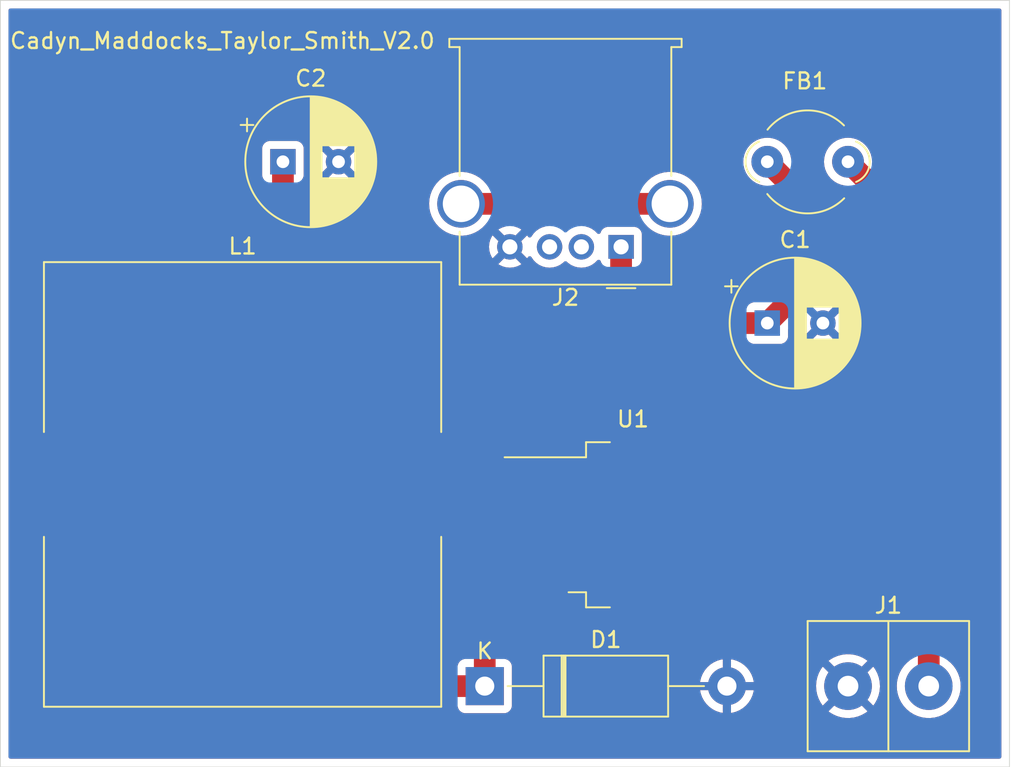
<source format=kicad_pcb>
(kicad_pcb (version 20211014) (generator pcbnew)
  (layers (0 "F.Cu" signal) (31 "B.Cu" signal) (34 "B.Paste" user) (35 "F.Paste" user) (36 "B.SilkS" user "B.Silkscreen") (37 "F.SilkS" user "F.Silkscreen") (38 "B.Mask" user) (39 "F.Mask" user) (44 "Edge.Cuts" user))
  (net 0 "")
  (net 1 "Net-(C1-Pad1)")
  (net 2 "GND")
  (net 3 "Net-(C2-Pad1)")
  (net 4 "Net-(D1-Pad1)")
  (net 5 "Net-(FB1-Pad1)")
  (net 8 "unconnected-(J2-Pad5)")
  (footprint "Capacitor_THT:CP_Radial_D8.0mm_P3.50mm" (layer "F.Cu") (at 165.1 45.72)
    (fp_text reference "C1" (at 1.75 -5.25) (layer "F.SilkS"))
    (fp_text value "120uF")
    (fp_line (start 5.311 -2.034) (end 5.311 2.034) (layer "F.SilkS") (width 0.12))
    (fp_line (start 3.111 1.04) (end 3.111 3.85) (layer "F.SilkS") (width 0.12))
    (fp_line (start 2.871 -3.925) (end 2.871 -1.04) (layer "F.SilkS") (width 0.12))
    (fp_line (start 5.351 -1.964) (end 5.351 1.964) (layer "F.SilkS") (width 0.12))
    (fp_line (start 3.471 -3.704) (end 3.471 -1.04) (layer "F.SilkS") (width 0.12))
    (fp_line (start 4.111 1.04) (end 4.111 3.338) (layer "F.SilkS") (width 0.12))
    (fp_line (start 5.111 -2.345) (end 5.111 2.345) (layer "F.SilkS") (width 0.12))
    (fp_line (start 4.871 -2.651) (end 4.871 2.651) (layer "F.SilkS") (width 0.12))
    (fp_line (start 2.951 -3.902) (end 2.951 -1.04) (layer "F.SilkS") (width 0.12))
    (fp_line (start 2.791 -3.947) (end 2.791 -1.04) (layer "F.SilkS") (width 0.12))
    (fp_line (start 2.11 -4.065) (end 2.11 4.065) (layer "F.SilkS") (width 0.12))
    (fp_line (start 4.431 1.04) (end 4.431 3.09) (layer "F.SilkS") (width 0.12))
    (fp_line (start 5.671 -1.229) (end 5.671 1.229) (layer "F.SilkS") (width 0.12))
    (fp_line (start 3.071 1.04) (end 3.071 3.863) (layer "F.SilkS") (width 0.12))
    (fp_line (start 3.151 1.04) (end 3.151 3.835) (layer "F.SilkS") (width 0.12))
    (fp_line (start 2.511 1.04) (end 2.511 4.01) (layer "F.SilkS") (width 0.12))
    (fp_line (start 4.631 -2.907) (end 4.631 2.907) (layer "F.SilkS") (width 0.12))
    (fp_line (start 3.111 -3.85) (end 3.111 -1.04) (layer "F.SilkS") (width 0.12))
    (fp_line (start 3.391 1.04) (end 3.391 3.74) (layer "F.SilkS") (width 0.12))
    (fp_line (start 3.791 1.04) (end 3.791 3.54) (layer "F.SilkS") (width 0.12))
    (fp_line (start 3.511 -3.686) (end 3.511 -1.04) (layer "F.SilkS") (width 0.12))
    (fp_line (start 3.951 1.04) (end 3.951 3.444) (layer "F.SilkS") (width 0.12))
    (fp_line (start 5.711 -1.098) (end 5.711 1.098) (layer "F.SilkS") (width 0.12))
    (fp_line (start -2.659698 -2.315) (end -1.859698 -2.315) (layer "F.SilkS") (width 0.12))
    (fp_line (start 3.671 -3.606) (end 3.671 -1.04) (layer "F.SilkS") (width 0.12))
    (fp_line (start 2.671 -3.976) (end 2.671 -1.04) (layer "F.SilkS") (width 0.12))
    (fp_line (start 3.071 -3.863) (end 3.071 -1.04) (layer "F.SilkS") (width 0.12))
    (fp_line (start 4.391 -3.124) (end 4.391 -1.04) (layer "F.SilkS") (width 0.12))
    (fp_line (start 4.991 -2.505) (end 4.991 2.505) (layer "F.SilkS") (width 0.12))
    (fp_line (start 3.031 1.04) (end 3.031 3.877) (layer "F.SilkS") (width 0.12))
    (fp_line (start 5.231 -2.166) (end 5.231 2.166) (layer "F.SilkS") (width 0.12))
    (fp_line (start 2.711 -3.967) (end 2.711 -1.04) (layer "F.SilkS") (width 0.12))
    (fp_line (start 4.471 -3.055) (end 4.471 -1.04) (layer "F.SilkS") (width 0.12))
    (fp_line (start 5.791 -0.768) (end 5.791 0.768) (layer "F.SilkS") (width 0.12))
    (fp_line (start 3.191 1.04) (end 3.191 3.821) (layer "F.SilkS") (width 0.12))
    (fp_line (start 3.751 1.04) (end 3.751 3.562) (layer "F.SilkS") (width 0.12))
    (fp_line (start 3.351 1.04) (end 3.351 3.757) (layer "F.SilkS") (width 0.12))
    (fp_line (start 4.351 1.04) (end 4.351 3.156) (layer "F.SilkS") (width 0.12))
    (fp_line (start 3.631 -3.627) (end 3.631 -1.04) (layer "F.SilkS") (width 0.12))
    (fp_line (start 3.911 1.04) (end 3.911 3.469) (layer "F.SilkS") (width 0.12))
    (fp_line (start 3.631 1.04) (end 3.631 3.627) (layer "F.SilkS") (width 0.12))
    (fp_line (start 2.31 -4.042) (end 2.31 4.042) (layer "F.SilkS") (width 0.12))
    (fp_line (start 2.991 1.04) (end 2.991 3.889) (layer "F.SilkS") (width 0.12))
    (fp_line (start 4.151 -3.309) (end 4.151 -1.04) (layer "F.SilkS") (width 0.12))
    (fp_line (start 3.991 1.04) (end 3.991 3.418) (layer "F.SilkS") (width 0.12))
    (fp_line (start 3.831 -3.517) (end 3.831 -1.04) (layer "F.SilkS") (width 0.12))
    (fp_line (start 4.511 -3.019) (end 4.511 -1.04) (layer "F.SilkS") (width 0.12))
    (fp_line (start 2.35 -4.037) (end 2.35 4.037) (layer "F.SilkS") (width 0.12))
    (fp_line (start 1.75 -4.08) (end 1.75 4.08) (layer "F.SilkS") (width 0.12))
    (fp_line (start 2.03 -4.071) (end 2.03 4.071) (layer "F.SilkS") (width 0.12))
    (fp_line (start 3.191 -3.821) (end 3.191 -1.04) (layer "F.SilkS") (width 0.12))
    (fp_line (start 4.071 -3.365) (end 4.071 -1.04) (layer "F.SilkS") (width 0.12))
    (fp_line (start 5.431 -1.813) (end 5.431 1.813) (layer "F.SilkS") (width 0.12))
    (fp_line (start 3.711 1.04) (end 3.711 3.584) (layer "F.SilkS") (width 0.12))
    (fp_line (start 2.471 -4.017) (end 2.471 -1.04) (layer "F.SilkS") (width 0.12))
    (fp_line (start 3.271 1.04) (end 3.271 3.79) (layer "F.SilkS") (width 0.12))
    (fp_line (start 2.991 -3.889) (end 2.991 -1.04) (layer "F.SilkS") (width 0.12))
    (fp_line (start -2.259698 -2.715) (end -2.259698 -1.915) (layer "F.SilkS") (width 0.12))
    (fp_line (start 4.271 -3.22) (end 4.271 -1.04) (layer "F.SilkS") (width 0.12))
    (fp_line (start 2.551 -4.002) (end 2.551 -1.04) (layer "F.SilkS") (width 0.12))
    (fp_line (start 4.191 1.04) (end 4.191 3.28) (layer "F.SilkS") (width 0.12))
    (fp_line (start 4.591 -2.945) (end 4.591 2.945) (layer "F.SilkS") (width 0.12))
    (fp_line (start 3.671 1.04) (end 3.671 3.606) (layer "F.SilkS") (width 0.12))
    (fp_line (start 5.151 -2.287) (end 5.151 2.287) (layer "F.SilkS") (width 0.12))
    (fp_line (start 2.471 1.04) (end 2.471 4.017) (layer "F.SilkS") (width 0.12))
    (fp_line (start 4.031 1.04) (end 4.031 3.392) (layer "F.SilkS") (width 0.12))
    (fp_line (start 4.351 -3.156) (end 4.351 -1.04) (layer "F.SilkS") (width 0.12))
    (fp_line (start 5.031 -2.454) (end 5.031 2.454) (layer "F.SilkS") (width 0.12))
    (fp_line (start 5.271 -2.102) (end 5.271 2.102) (layer "F.SilkS") (width 0.12))
    (fp_line (start 2.711 1.04) (end 2.711 3.967) (layer "F.SilkS") (width 0.12))
    (fp_line (start 1.95 -4.076) (end 1.95 4.076) (layer "F.SilkS") (width 0.12))
    (fp_line (start 3.991 -3.418) (end 3.991 -1.04) (layer "F.SilkS") (width 0.12))
    (fp_line (start 2.27 -4.048) (end 2.27 4.048) (layer "F.SilkS") (width 0.12))
    (fp_line (start 5.471 -1.731) (end 5.471 1.731) (layer "F.SilkS") (width 0.12))
    (fp_line (start 2.23 -4.052) (end 2.23 4.052) (layer "F.SilkS") (width 0.12))
    (fp_line (start 2.15 -4.061) (end 2.15 4.061) (layer "F.SilkS") (width 0.12))
    (fp_line (start 2.871 1.04) (end 2.871 3.925) (layer "F.SilkS") (width 0.12))
    (fp_line (start 4.071 1.04) (end 4.071 3.365) (layer "F.SilkS") (width 0.12))
    (fp_line (start 2.671 1.04) (end 2.671 3.976) (layer "F.SilkS") (width 0.12))
    (fp_line (start 5.591 -1.453) (end 5.591 1.453) (layer "F.SilkS") (width 0.12))
    (fp_line (start 2.591 -3.994) (end 2.591 -1.04) (layer "F.SilkS") (width 0.12))
    (fp_line (start 1.91 -4.077) (end 1.91 4.077) (layer "F.SilkS") (width 0.12))
    (fp_line (start 4.951 -2.556) (end 4.951 2.556) (layer "F.SilkS") (width 0.12))
    (fp_line (start 4.471 1.04) (end 4.471 3.055) (layer "F.SilkS") (width 0.12))
    (fp_line (start 2.751 1.04) (end 2.751 3.957) (layer "F.SilkS") (width 0.12))
    (fp_line (start 3.151 -3.835) (end 3.151 -1.04) (layer "F.SilkS") (width 0.12))
    (fp_line (start 3.551 1.04) (end 3.551 3.666) (layer "F.SilkS") (width 0.12))
    (fp_line (start 5.191 -2.228) (end 5.191 2.228) (layer "F.SilkS") (width 0.12))
    (fp_line (start 4.431 -3.09) (end 4.431 -1.04) (layer "F.SilkS") (width 0.12))
    (fp_line (start 1.99 -4.074) (end 1.99 4.074) (layer "F.SilkS") (width 0.12))
    (fp_line (start 4.271 1.04) (end 4.271 3.22) (layer "F.SilkS") (width 0.12))
    (fp_line (start 4.831 -2.697) (end 4.831 2.697) (layer "F.SilkS") (width 0.12))
    (fp_line (start 5.391 -1.89) (end 5.391 1.89) (layer "F.SilkS") (width 0.12))
    (fp_line (start 4.151 1.04) (end 4.151 3.309) (layer "F.SilkS") (width 0.12))
    (fp_line (start 3.951 -3.444) (end 3.951 -1.04) (layer "F.SilkS") (width 0.12))
    (fp_line (start 4.711 -2.826) (end 4.711 2.826) (layer "F.SilkS") (width 0.12))
    (fp_line (start 3.591 1.04) (end 3.591 3.647) (layer "F.SilkS") (width 0.12))
    (fp_line (start 3.271 -3.79) (end 3.271 -1.04) (layer "F.SilkS") (width 0.12))
    (fp_line (start 3.511 1.04) (end 3.511 3.686) (layer "F.SilkS") (width 0.12))
    (fp_line (start 5.751 -0.948) (end 5.751 0.948) (layer "F.SilkS") (width 0.12))
    (fp_line (start 4.311 1.04) (end 4.311 3.189) (layer "F.SilkS") (width 0.12))
    (fp_line (start 5.831 -0.533) (end 5.831 0.533) (layer "F.SilkS") (width 0.12))
    (fp_line (start 4.791 -2.741) (end 4.791 2.741) (layer "F.SilkS") (width 0.12))
    (fp_line (start 5.071 -2.4) (end 5.071 2.4) (layer "F.SilkS") (width 0.12))
    (fp_line (start 3.351 -3.757) (end 3.351 -1.04) (layer "F.SilkS") (width 0.12))
    (fp_line (start 2.551 1.04) (end 2.551 4.002) (layer "F.SilkS") (width 0.12))
    (fp_line (start 4.231 -3.25) (end 4.231 -1.04) (layer "F.SilkS") (width 0.12))
    (fp_line (start 4.551 -2.983) (end 4.551 2.983) (layer "F.SilkS") (width 0.12))
    (fp_line (start 3.311 1.04) (end 3.311 3.774) (layer "F.SilkS") (width 0.12))
    (fp_line (start 2.19 -4.057) (end 2.19 4.057) (layer "F.SilkS") (width 0.12))
    (fp_line (start 4.751 -2.784) (end 4.751 2.784) (layer "F.SilkS") (width 0.12))
    (fp_line (start 3.871 -3.493) (end 3.871 -1.04) (layer "F.SilkS") (width 0.12))
    (fp_line (start 3.551 -3.666) (end 3.551 -1.04) (layer "F.SilkS") (width 0.12))
    (fp_line (start 2.791 1.04) (end 2.791 3.947) (layer "F.SilkS") (width 0.12))
    (fp_line (start 2.751 -3.957) (end 2.751 -1.04) (layer "F.SilkS") (width 0.12))
    (fp_line (start 3.911 -3.469) (end 3.911 -1.04) (layer "F.SilkS") (width 0.12))
    (fp_line (start 2.511 -4.01) (end 2.511 -1.04) (layer "F.SilkS") (width 0.12))
    (fp_line (start 1.79 -4.08) (end 1.79 4.08) (layer "F.SilkS") (width 0.12))
    (fp_line (start 4.911 -2.604) (end 4.911 2.604) (layer "F.SilkS") (width 0.12))
    (fp_line (start 5.511 -1.645) (end 5.511 1.645) (layer "F.SilkS") (width 0.12))
    (fp_line (start 3.311 -3.774) (end 3.311 -1.04) (layer "F.SilkS") (width 0.12))
    (fp_line (start 3.031 -3.877) (end 3.031 -1.04) (layer "F.SilkS") (width 0.12))
    (fp_line (start 2.07 -4.068) (end 2.07 4.068) (layer "F.SilkS") (width 0.12))
    (fp_line (start 3.431 1.04) (end 3.431 3.722) (layer "F.SilkS") (width 0.12))
    (fp_line (start 4.231 1.04) (end 4.231 3.25) (layer "F.SilkS") (width 0.12))
    (fp_line (start 1.83 -4.08) (end 1.83 4.08) (layer "F.SilkS") (width 0.12))
    (fp_line (start 4.031 -3.392) (end 4.031 -1.04) (layer "F.SilkS") (width 0.12))
    (fp_line (start 5.631 -1.346) (end 5.631 1.346) (layer "F.SilkS") (width 0.12))
    (fp_line (start 3.871 1.04) (end 3.871 3.493) (layer "F.SilkS") (width 0.12))
    (fp_line (start 3.391 -3.74) (end 3.391 -1.04) (layer "F.SilkS") (width 0.12))
    (fp_line (start 4.511 1.04) (end 4.511 3.019) (layer "F.SilkS") (width 0.12))
    (fp_line (start 2.591 1.04) (end 2.591 3.994) (layer "F.SilkS") (width 0.12))
    (fp_line (start 2.911 1.04) (end 2.911 3.914) (layer "F.SilkS") (width 0.12))
    (fp_line (start 3.831 1.04) (end 3.831 3.517) (layer "F.SilkS") (width 0.12))
    (fp_line (start 4.671 -2.867) (end 4.671 2.867) (layer "F.SilkS") (width 0.12))
    (fp_line (start 3.591 -3.647) (end 3.591 -1.04) (layer "F.SilkS") (width 0.12))
    (fp_line (start 4.391 1.04) (end 4.391 3.124) (layer "F.SilkS") (width 0.12))
    (fp_line (start 4.111 -3.338) (end 4.111 -1.04) (layer "F.SilkS") (width 0.12))
    (fp_line (start 3.471 1.04) (end 3.471 3.704) (layer "F.SilkS") (width 0.12))
    (fp_line (start 3.751 -3.562) (end 3.751 -1.04) (layer "F.SilkS") (width 0.12))
    (fp_line (start 3.231 1.04) (end 3.231 3.805) (layer "F.SilkS") (width 0.12))
    (fp_line (start 3.711 -3.584) (end 3.711 -1.04) (layer "F.SilkS") (width 0.12))
    (fp_line (start 3.431 -3.722) (end 3.431 -1.04) (layer "F.SilkS") (width 0.12))
    (fp_line (start 1.87 -4.079) (end 1.87 4.079) (layer "F.SilkS") (width 0.12))
    (fp_line (start 3.791 -3.54) (end 3.791 -1.04) (layer "F.SilkS") (width 0.12))
    (fp_line (start 4.311 -3.189) (end 4.311 -1.04) (layer "F.SilkS") (width 0.12))
    (fp_line (start 2.631 1.04) (end 2.631 3.985) (layer "F.SilkS") (width 0.12))
    (fp_line (start 2.911 -3.914) (end 2.911 -1.04) (layer "F.SilkS") (width 0.12))
    (fp_line (start 4.191 -3.28) (end 4.191 -1.04) (layer "F.SilkS") (width 0.12))
    (fp_line (start 2.43 -4.024) (end 2.43 4.024) (layer "F.SilkS") (width 0.12))
    (fp_line (start 2.631 -3.985) (end 2.631 -1.04) (layer "F.SilkS") (width 0.12))
    (fp_line (start 2.39 -4.03) (end 2.39 4.03) (layer "F.SilkS") (width 0.12))
    (fp_line (start 2.831 -3.936) (end 2.831 -1.04) (layer "F.SilkS") (width 0.12))
    (fp_line (start 5.551 -1.552) (end 5.551 1.552) (layer "F.SilkS") (width 0.12))
    (fp_line (start 2.951 1.04) (end 2.951 3.902) (layer "F.SilkS") (width 0.12))
    (fp_line (start 2.831 1.04) (end 2.831 3.936) (layer "F.SilkS") (width 0.12))
    (fp_line (start 3.231 -3.805) (end 3.231 -1.04) (layer "F.SilkS") (width 0.12))
    (fp_circle (center 1.75 0) (end 5.87 0) (layer "F.SilkS") (width 0.12) (fill none))
    (pad "1" thru_hole rect (at 0 0) (size 1.6 1.6) (drill 0.8) (layers *.Cu *.Mask) (net 1 "Net-(C1-Pad1)"))
    (pad "2" thru_hole circle (at 3.5 0) (size 1.6 1.6) (drill 0.8) (layers *.Cu *.Mask) (net 2 "GND"))
  )
  (footprint "Ferrite_THT:LairdTech_28C0236-0JW-10" (layer "F.Cu") (at 170.18 35.56 180)
    (fp_text reference "FB1" (at 2.71878 5.08) (layer "F.SilkS"))
    (fp_text value "FerriteBead")
    (fp_arc (start 0.239932 -2.300068) (mid 2.71988 -3.24781) (end 5.08 -2.032) (layer "F.SilkS") (width 0.12))
    (fp_arc (start -0.508 1.27) (mid -1.367832 0) (end -0.508 -1.27) (layer "F.SilkS") (width 0.12))
    (fp_arc (start 5.588 -1.27) (mid 6.447832 0) (end 5.588 1.27) (layer "F.SilkS") (width 0.12))
    (fp_arc (start 5.064465 2.019572) (mid 2.71878 3.227946) (end 0.254 2.286) (layer "F.SilkS") (width 0.12))
    (pad "1" thru_hole circle (at 0 0 180) (size 2 2) (drill 0.8) (layers *.Cu *.Mask) (net 5 "Net-(FB1-Pad1)"))
    (pad "2" thru_hole circle (at 5.08 0 180) (size 2 2) (drill 0.8) (layers *.Cu *.Mask) (net 1 "Net-(C1-Pad1)"))
  )
  (footprint "Package_SIP:2 Pin TB006-508 Terminal Block" (layer "F.Cu") (at 172.72 68.58 180)
    (fp_text reference "J1" (at 0 5.08) (layer "F.SilkS"))
    (fp_text value "Screw_Terminal_01x02")
    (fp_line (start -5.08 4.1) (end -5.08 -4.1) (layer "F.SilkS") (width 0.12))
    (fp_line (start 5.08 4.1) (end 5.08 -4.1) (layer "F.SilkS") (width 0.12))
    (fp_line (start 5.08 -4.1) (end -5.08 -4.1) (layer "F.SilkS") (width 0.12))
    (fp_line (start 5.08 4.1) (end -5.08 4.1) (layer "F.SilkS") (width 0.12))
    (fp_line (start 0 -4.1) (end 0 4.1) (layer "F.SilkS") (width 0.12))
    (pad "1" thru_hole circle (at -2.54 0 270) (size 3 3) (drill 1.3) (layers *.Cu *.Mask) (net 5 "Net-(FB1-Pad1)"))
    (pad "2" thru_hole circle (at 2.54 0 270) (size 3 3) (drill 1.3) (layers *.Cu *.Mask) (net 2 "GND"))
  )
  (footprint "Diode_THT:D_DO-15_P15.24mm_Horizontal" (layer "F.Cu") (at 147.32 68.58)
    (fp_text reference "D1" (at 7.62 -2.92) (layer "F.SilkS"))
    (fp_text value "D_Schottky")
    (fp_text user "K" (at 0 -2.2) (layer "F.SilkS"))
    (fp_line (start 4.84 -1.92) (end 4.84 1.92) (layer "F.SilkS") (width 0.12))
    (fp_line (start 3.7 1.92) (end 11.54 1.92) (layer "F.SilkS") (width 0.12))
    (fp_line (start 1.44 0) (end 3.7 0) (layer "F.SilkS") (width 0.12))
    (fp_line (start 4.96 -1.92) (end 4.96 1.92) (layer "F.SilkS") (width 0.12))
    (fp_line (start 13.8 0) (end 11.54 0) (layer "F.SilkS") (width 0.12))
    (fp_line (start 11.54 1.92) (end 11.54 -1.92) (layer "F.SilkS") (width 0.12))
    (fp_line (start 3.7 -1.92) (end 3.7 1.92) (layer "F.SilkS") (width 0.12))
    (fp_line (start 5.08 -1.92) (end 5.08 1.92) (layer "F.SilkS") (width 0.12))
    (fp_line (start 11.54 -1.92) (end 3.7 -1.92) (layer "F.SilkS") (width 0.12))
    (pad "1" thru_hole rect (at 0 0) (size 2.4 2.4) (drill 1.2) (layers *.Cu *.Mask) (net 4 "Net-(D1-Pad1)"))
    (pad "2" thru_hole oval (at 15.24 0) (size 2.4 2.4) (drill 1.2) (layers *.Cu *.Mask) (net 2 "GND"))
  )
  (footprint "Package_TO_SOT_SMD:TO-263-5_TabPin3" (layer "F.Cu") (at 156.645 58.42)
    (fp_text reference "U1" (at 0 -6.65) (layer "F.SilkS"))
    (fp_text value "LM2576S-5")
    (fp_line (start -2.95 4.25) (end -4.05 4.25) (layer "F.SilkS") (width 0.12))
    (fp_line (start -1.45 5.2) (end -2.95 5.2) (layer "F.SilkS") (width 0.12))
    (fp_line (start -1.45 -5.2) (end -2.95 -5.2) (layer "F.SilkS") (width 0.12))
    (fp_line (start -2.95 -5.2) (end -2.95 -4.25) (layer "F.SilkS") (width 0.12))
    (fp_line (start -2.95 5.2) (end -2.95 4.25) (layer "F.SilkS") (width 0.12))
    (fp_line (start -2.95 -4.25) (end -8.075 -4.25) (layer "F.SilkS") (width 0.12))
    (pad "1" smd rect (at -5.775 -3.4) (size 4.6 1.1) (layers "F.Cu" "F.Paste" "F.Mask") (net 1 "Net-(C1-Pad1)"))
    (pad "2" smd rect (at -5.775 -1.7) (size 4.6 1.1) (layers "F.Cu" "F.Paste" "F.Mask") (net 3 "Net-(C2-Pad1)"))
    (pad "3" smd rect (at -5.775 0) (size 4.6 1.1) (layers "F.Cu" "F.Paste" "F.Mask") (net 2 "GND"))
    (pad "3" smd rect (at 3.375 0) (size 9.4 10.8) (layers "F.Cu" "F.Mask") (net 2 "GND"))
    (pad "4" smd rect (at -5.775 1.7) (size 4.6 1.1) (layers "F.Cu" "F.Paste" "F.Mask") (net 4 "Net-(D1-Pad1)"))
    (pad "5" smd rect (at -5.775 3.4) (size 4.6 1.1) (layers "F.Cu" "F.Paste" "F.Mask") (net 2 "GND"))
  )
  (footprint "Capacitor_THT:CP_Radial_D8.0mm_P3.50mm" (layer "F.Cu") (at 134.62 35.56)
    (fp_text reference "C2" (at 1.75 -5.25) (layer "F.SilkS"))
    (fp_text value "470uF")
    (fp_line (start 3.951 -3.444) (end 3.951 -1.04) (layer "F.SilkS") (width 0.12))
    (fp_line (start 1.79 -4.08) (end 1.79 4.08) (layer "F.SilkS") (width 0.12))
    (fp_line (start 4.191 1.04) (end 4.191 3.28) (layer "F.SilkS") (width 0.12))
    (fp_line (start 3.751 -3.562) (end 3.751 -1.04) (layer "F.SilkS") (width 0.12))
    (fp_line (start 3.351 1.04) (end 3.351 3.757) (layer "F.SilkS") (width 0.12))
    (fp_line (start 2.951 1.04) (end 2.951 3.902) (layer "F.SilkS") (width 0.12))
    (fp_line (start 3.311 -3.774) (end 3.311 -1.04) (layer "F.SilkS") (width 0.12))
    (fp_line (start 4.031 -3.392) (end 4.031 -1.04) (layer "F.SilkS") (width 0.12))
    (fp_line (start 3.271 -3.79) (end 3.271 -1.04) (layer "F.SilkS") (width 0.12))
    (fp_line (start 4.391 1.04) (end 4.391 3.124) (layer "F.SilkS") (width 0.12))
    (fp_line (start 3.591 1.04) (end 3.591 3.647) (layer "F.SilkS") (width 0.12))
    (fp_line (start 2.471 1.04) (end 2.471 4.017) (layer "F.SilkS") (width 0.12))
    (fp_line (start -2.659698 -2.315) (end -1.859698 -2.315) (layer "F.SilkS") (width 0.12))
    (fp_line (start 3.471 -3.704) (end 3.471 -1.04) (layer "F.SilkS") (width 0.12))
    (fp_line (start 2.871 1.04) (end 2.871 3.925) (layer "F.SilkS") (width 0.12))
    (fp_line (start 3.551 -3.666) (end 3.551 -1.04) (layer "F.SilkS") (width 0.12))
    (fp_line (start 1.99 -4.074) (end 1.99 4.074) (layer "F.SilkS") (width 0.12))
    (fp_line (start 3.071 1.04) (end 3.071 3.863) (layer "F.SilkS") (width 0.12))
    (fp_line (start 3.271 1.04) (end 3.271 3.79) (layer "F.SilkS") (width 0.12))
    (fp_line (start 5.271 -2.102) (end 5.271 2.102) (layer "F.SilkS") (width 0.12))
    (fp_line (start 2.871 -3.925) (end 2.871 -1.04) (layer "F.SilkS") (width 0.12))
    (fp_line (start 5.551 -1.552) (end 5.551 1.552) (layer "F.SilkS") (width 0.12))
    (fp_line (start 3.711 -3.584) (end 3.711 -1.04) (layer "F.SilkS") (width 0.12))
    (fp_line (start 5.071 -2.4) (end 5.071 2.4) (layer "F.SilkS") (width 0.12))
    (fp_line (start 2.711 -3.967) (end 2.711 -1.04) (layer "F.SilkS") (width 0.12))
    (fp_line (start 5.231 -2.166) (end 5.231 2.166) (layer "F.SilkS") (width 0.12))
    (fp_line (start 4.311 -3.189) (end 4.311 -1.04) (layer "F.SilkS") (width 0.12))
    (fp_line (start 5.791 -0.768) (end 5.791 0.768) (layer "F.SilkS") (width 0.12))
    (fp_line (start 4.271 1.04) (end 4.271 3.22) (layer "F.SilkS") (width 0.12))
    (fp_line (start -2.259698 -2.715) (end -2.259698 -1.915) (layer "F.SilkS") (width 0.12))
    (fp_line (start 3.911 1.04) (end 3.911 3.469) (layer "F.SilkS") (width 0.12))
    (fp_line (start 4.151 -3.309) (end 4.151 -1.04) (layer "F.SilkS") (width 0.12))
    (fp_line (start 3.791 -3.54) (end 3.791 -1.04) (layer "F.SilkS") (width 0.12))
    (fp_line (start 5.031 -2.454) (end 5.031 2.454) (layer "F.SilkS") (width 0.12))
    (fp_line (start 4.231 -3.25) (end 4.231 -1.04) (layer "F.SilkS") (width 0.12))
    (fp_line (start 4.511 1.04) (end 4.511 3.019) (layer "F.SilkS") (width 0.12))
    (fp_line (start 3.391 1.04) (end 3.391 3.74) (layer "F.SilkS") (width 0.12))
    (fp_line (start 2.511 1.04) (end 2.511 4.01) (layer "F.SilkS") (width 0.12))
    (fp_line (start 5.431 -1.813) (end 5.431 1.813) (layer "F.SilkS") (width 0.12))
    (fp_line (start 3.151 -3.835) (end 3.151 -1.04) (layer "F.SilkS") (width 0.12))
    (fp_line (start 4.711 -2.826) (end 4.711 2.826) (layer "F.SilkS") (width 0.12))
    (fp_line (start 3.431 -3.722) (end 3.431 -1.04) (layer "F.SilkS") (width 0.12))
    (fp_line (start 4.431 1.04) (end 4.431 3.09) (layer "F.SilkS") (width 0.12))
    (fp_line (start 4.191 -3.28) (end 4.191 -1.04) (layer "F.SilkS") (width 0.12))
    (fp_line (start 3.111 1.04) (end 3.111 3.85) (layer "F.SilkS") (width 0.12))
    (fp_line (start 3.511 1.04) (end 3.511 3.686) (layer "F.SilkS") (width 0.12))
    (fp_line (start 2.07 -4.068) (end 2.07 4.068) (layer "F.SilkS") (width 0.12))
    (fp_line (start 3.671 -3.606) (end 3.671 -1.04) (layer "F.SilkS") (width 0.12))
    (fp_line (start 2.671 1.04) (end 2.671 3.976) (layer "F.SilkS") (width 0.12))
    (fp_line (start 4.271 -3.22) (end 4.271 -1.04) (layer "F.SilkS") (width 0.12))
    (fp_line (start 3.711 1.04) (end 3.711 3.584) (layer "F.SilkS") (width 0.12))
    (fp_line (start 4.631 -2.907) (end 4.631 2.907) (layer "F.SilkS") (width 0.12))
    (fp_line (start 2.631 1.04) (end 2.631 3.985) (layer "F.SilkS") (width 0.12))
    (fp_line (start 4.551 -2.983) (end 4.551 2.983) (layer "F.SilkS") (width 0.12))
    (fp_line (start 3.191 -3.821) (end 3.191 -1.04) (layer "F.SilkS") (width 0.12))
    (fp_line (start 4.911 -2.604) (end 4.911 2.604) (layer "F.SilkS") (width 0.12))
    (fp_line (start 4.111 1.04) (end 4.111 3.338) (layer "F.SilkS") (width 0.12))
    (fp_line (start 4.831 -2.697) (end 4.831 2.697) (layer "F.SilkS") (width 0.12))
    (fp_line (start 5.151 -2.287) (end 5.151 2.287) (layer "F.SilkS") (width 0.12))
    (fp_line (start 4.591 -2.945) (end 4.591 2.945) (layer "F.SilkS") (width 0.12))
    (fp_line (start 2.591 1.04) (end 2.591 3.994) (layer "F.SilkS") (width 0.12))
    (fp_line (start 2.831 1.04) (end 2.831 3.936) (layer "F.SilkS") (width 0.12))
    (fp_line (start 3.991 1.04) (end 3.991 3.418) (layer "F.SilkS") (width 0.12))
    (fp_line (start 3.871 1.04) (end 3.871 3.493) (layer "F.SilkS") (width 0.12))
    (fp_line (start 2.751 -3.957) (end 2.751 -1.04) (layer "F.SilkS") (width 0.12))
    (fp_line (start 3.591 -3.647) (end 3.591 -1.04) (layer "F.SilkS") (width 0.12))
    (fp_line (start 5.311 -2.034) (end 5.311 2.034) (layer "F.SilkS") (width 0.12))
    (fp_line (start 5.351 -1.964) (end 5.351 1.964) (layer "F.SilkS") (width 0.12))
    (fp_line (start 2.991 -3.889) (end 2.991 -1.04) (layer "F.SilkS") (width 0.12))
    (fp_line (start 2.27 -4.048) (end 2.27 4.048) (layer "F.SilkS") (width 0.12))
    (fp_line (start 2.751 1.04) (end 2.751 3.957) (layer "F.SilkS") (width 0.12))
    (fp_line (start 3.071 -3.863) (end 3.071 -1.04) (layer "F.SilkS") (width 0.12))
    (fp_line (start 4.471 1.04) (end 4.471 3.055) (layer "F.SilkS") (width 0.12))
    (fp_line (start 3.831 1.04) (end 3.831 3.517) (layer "F.SilkS") (width 0.12))
    (fp_line (start 5.511 -1.645) (end 5.511 1.645) (layer "F.SilkS") (width 0.12))
    (fp_line (start 3.911 -3.469) (end 3.911 -1.04) (layer "F.SilkS") (width 0.12))
    (fp_line (start 2.671 -3.976) (end 2.671 -1.04) (layer "F.SilkS") (width 0.12))
    (fp_line (start 4.951 -2.556) (end 4.951 2.556) (layer "F.SilkS") (width 0.12))
    (fp_line (start 2.11 -4.065) (end 2.11 4.065) (layer "F.SilkS") (width 0.12))
    (fp_line (start 1.83 -4.08) (end 1.83 4.08) (layer "F.SilkS") (width 0.12))
    (fp_line (start 3.511 -3.686) (end 3.511 -1.04) (layer "F.SilkS") (width 0.12))
    (fp_line (start 4.031 1.04) (end 4.031 3.392) (layer "F.SilkS") (width 0.12))
    (fp_line (start 2.23 -4.052) (end 2.23 4.052) (layer "F.SilkS") (width 0.12))
    (fp_line (start 5.671 -1.229) (end 5.671 1.229) (layer "F.SilkS") (width 0.12))
    (fp_line (start 3.031 -3.877) (end 3.031 -1.04) (layer "F.SilkS") (width 0.12))
    (fp_line (start 4.311 1.04) (end 4.311 3.189) (layer "F.SilkS") (width 0.12))
    (fp_line (start 1.95 -4.076) (end 1.95 4.076) (layer "F.SilkS") (width 0.12))
    (fp_line (start 2.591 -3.994) (end 2.591 -1.04) (layer "F.SilkS") (width 0.12))
    (fp_line (start 3.111 -3.85) (end 3.111 -1.04) (layer "F.SilkS") (width 0.12))
    (fp_line (start 2.551 -4.002) (end 2.551 -1.04) (layer "F.SilkS") (width 0.12))
    (fp_line (start 3.311 1.04) (end 3.311 3.774) (layer "F.SilkS") (width 0.12))
    (fp_line (start 4.231 1.04) (end 4.231 3.25) (layer "F.SilkS") (width 0.12))
    (fp_line (start 2.471 -4.017) (end 2.471 -1.04) (layer "F.SilkS") (width 0.12))
    (fp_line (start 2.03 -4.071) (end 2.03 4.071) (layer "F.SilkS") (width 0.12))
    (fp_line (start 5.711 -1.098) (end 5.711 1.098) (layer "F.SilkS") (width 0.12))
    (fp_line (start 3.871 -3.493) (end 3.871 -1.04) (layer "F.SilkS") (width 0.12))
    (fp_line (start 4.151 1.04) (end 4.151 3.309) (layer "F.SilkS") (width 0.12))
    (fp_line (start 2.511 -4.01) (end 2.511 -1.04) (layer "F.SilkS") (width 0.12))
    (fp_line (start 3.031 1.04) (end 3.031 3.877) (layer "F.SilkS") (width 0.12))
    (fp_line (start 4.351 -3.156) (end 4.351 -1.04) (layer "F.SilkS") (width 0.12))
    (fp_line (start 5.591 -1.453) (end 5.591 1.453) (layer "F.SilkS") (width 0.12))
    (fp_line (start 2.951 -3.902) (end 2.951 -1.04) (layer "F.SilkS") (width 0.12))
    (fp_line (start 4.791 -2.741) (end 4.791 2.741) (layer "F.SilkS") (width 0.12))
    (fp_line (start 3.751 1.04) (end 3.751 3.562) (layer "F.SilkS") (width 0.12))
    (fp_line (start 3.551 1.04) (end 3.551 3.666) (layer "F.SilkS") (width 0.12))
    (fp_line (start 4.671 -2.867) (end 4.671 2.867) (layer "F.SilkS") (width 0.12))
    (fp_line (start 3.991 -3.418) (end 3.991 -1.04) (layer "F.SilkS") (width 0.12))
    (fp_line (start 4.991 -2.505) (end 4.991 2.505) (layer "F.SilkS") (width 0.12))
    (fp_line (start 2.551 1.04) (end 2.551 4.002) (layer "F.SilkS") (width 0.12))
    (fp_line (start 2.15 -4.061) (end 2.15 4.061) (layer "F.SilkS") (width 0.12))
    (fp_line (start 3.631 -3.627) (end 3.631 -1.04) (layer "F.SilkS") (width 0.12))
    (fp_line (start 2.991 1.04) (end 2.991 3.889) (layer "F.SilkS") (width 0.12))
    (fp_line (start 5.831 -0.533) (end 5.831 0.533) (layer "F.SilkS") (width 0.12))
    (fp_line (start 1.87 -4.079) (end 1.87 4.079) (layer "F.SilkS") (width 0.12))
    (fp_line (start 1.91 -4.077) (end 1.91 4.077) (layer "F.SilkS") (width 0.12))
    (fp_line (start 2.35 -4.037) (end 2.35 4.037) (layer "F.SilkS") (width 0.12))
    (fp_line (start 3.631 1.04) (end 3.631 3.627) (layer "F.SilkS") (width 0.12))
    (fp_line (start 3.391 -3.74) (end 3.391 -1.04) (layer "F.SilkS") (width 0.12))
    (fp_line (start 1.75 -4.08) (end 1.75 4.08) (layer "F.SilkS") (width 0.12))
    (fp_line (start 3.151 1.04) (end 3.151 3.835) (layer "F.SilkS") (width 0.12))
    (fp_line (start 2.911 1.04) (end 2.911 3.914) (layer "F.SilkS") (width 0.12))
    (fp_line (start 2.631 -3.985) (end 2.631 -1.04) (layer "F.SilkS") (width 0.12))
    (fp_line (start 2.31 -4.042) (end 2.31 4.042) (layer "F.SilkS") (width 0.12))
    (fp_line (start 5.471 -1.731) (end 5.471 1.731) (layer "F.SilkS") (width 0.12))
    (fp_line (start 5.111 -2.345) (end 5.111 2.345) (layer "F.SilkS") (width 0.12))
    (fp_line (start 4.511 -3.019) (end 4.511 -1.04) (layer "F.SilkS") (width 0.12))
    (fp_line (start 2.911 -3.914) (end 2.911 -1.04) (layer "F.SilkS") (width 0.12))
    (fp_line (start 4.871 -2.651) (end 4.871 2.651) (layer "F.SilkS") (width 0.12))
    (fp_line (start 4.471 -3.055) (end 4.471 -1.04) (layer "F.SilkS") (width 0.12))
    (fp_line (start 2.39 -4.03) (end 2.39 4.03) (layer "F.SilkS") (width 0.12))
    (fp_line (start 5.751 -0.948) (end 5.751 0.948) (layer "F.SilkS") (width 0.12))
    (fp_line (start 4.351 1.04) (end 4.351 3.156) (layer "F.SilkS") (width 0.12))
    (fp_line (start 2.43 -4.024) (end 2.43 4.024) (layer "F.SilkS") (width 0.12))
    (fp_line (start 4.391 -3.124) (end 4.391 -1.04) (layer "F.SilkS") (width 0.12))
    (fp_line (start 3.231 -3.805) (end 3.231 -1.04) (layer "F.SilkS") (width 0.12))
    (fp_line (start 5.191 -2.228) (end 5.191 2.228) (layer "F.SilkS") (width 0.12))
    (fp_line (start 2.711 1.04) (end 2.711 3.967) (layer "F.SilkS") (width 0.12))
    (fp_line (start 4.751 -2.784) (end 4.751 2.784) (layer "F.SilkS") (width 0.12))
    (fp_line (start 3.431 1.04) (end 3.431 3.722) (layer "F.SilkS") (width 0.12))
    (fp_line (start 3.351 -3.757) (end 3.351 -1.04) (layer "F.SilkS") (width 0.12))
    (fp_line (start 5.391 -1.89) (end 5.391 1.89) (layer "F.SilkS") (width 0.12))
    (fp_line (start 4.071 1.04) (end 4.071 3.365) (layer "F.SilkS") (width 0.12))
    (fp_line (start 2.791 -3.947) (end 2.791 -1.04) (layer "F.SilkS") (width 0.12))
    (fp_line (start 4.071 -3.365) (end 4.071 -1.04) (layer "F.SilkS") (width 0.12))
    (fp_line (start 3.231 1.04) (end 3.231 3.805) (layer "F.SilkS") (width 0.12))
    (fp_line (start 3.671 1.04) (end 3.671 3.606) (layer "F.SilkS") (width 0.12))
    (fp_line (start 2.791 1.04) (end 2.791 3.947) (layer "F.SilkS") (width 0.12))
    (fp_line (start 4.431 -3.09) (end 4.431 -1.04) (layer "F.SilkS") (width 0.12))
    (fp_line (start 5.631 -1.346) (end 5.631 1.346) (layer "F.SilkS") (width 0.12))
    (fp_line (start 4.111 -3.338) (end 4.111 -1.04) (layer "F.SilkS") (width 0.12))
    (fp_line (start 3.951 1.04) (end 3.951 3.444) (layer "F.SilkS") (width 0.12))
    (fp_line (start 3.831 -3.517) (end 3.831 -1.04) (layer "F.SilkS") (width 0.12))
    (fp_line (start 2.19 -4.057) (end 2.19 4.057) (layer "F.SilkS") (width 0.12))
    (fp_line (start 2.831 -3.936) (end 2.831 -1.04) (layer "F.SilkS") (width 0.12))
    (fp_line (start 3.791 1.04) (end 3.791 3.54) (layer "F.SilkS") (width 0.12))
    (fp_line (start 3.191 1.04) (end 3.191 3.821) (layer "F.SilkS") (width 0.12))
    (fp_line (start 3.471 1.04) (end 3.471 3.704) (layer "F.SilkS") (width 0.12))
    (fp_circle (center 1.75 0) (end 5.87 0) (layer "F.SilkS") (width 0.12) (fill none))
    (pad "1" thru_hole rect (at 0 0) (size 1.6 1.6) (drill 0.8) (layers *.Cu *.Mask) (net 3 "Net-(C2-Pad1)"))
    (pad "2" thru_hole circle (at 3.5 0) (size 1.6 1.6) (drill 0.8) (layers *.Cu *.Mask) (net 2 "GND"))
  )
  (footprint "Connector_USB:USB_A_Molex_67643_Horizontal" (layer "F.Cu") (at 155.9 40.92 180)
    (fp_text reference "J2" (at 3.5 -3.19) (layer "F.SilkS"))
    (fp_text value "USB_A")
    (fp_line (start 10.81 13.1) (end 10.81 12.58) (layer "F.SilkS") (width 0.12))
    (fp_line (start -3.16 12.58) (end -3.81 12.58) (layer "F.SilkS") (width 0.12))
    (fp_line (start -3.16 -2.38) (end -3.16 0.95) (layer "F.SilkS") (width 0.12))
    (fp_line (start -3.81 13.1) (end 10.81 13.1) (layer "F.SilkS") (width 0.12))
    (fp_line (start 10.16 4.47) (end 10.16 12.58) (layer "F.SilkS") (width 0.12))
    (fp_line (start -3.16 12.58) (end -3.16 4.47) (layer "F.SilkS") (width 0.12))
    (fp_line (start -0.9 -2.6) (end 0.9 -2.6) (layer "F.SilkS") (width 0.12))
    (fp_line (start 10.81 12.58) (end 10.16 12.58) (layer "F.SilkS") (width 0.12))
    (fp_line (start -3.81 12.58) (end -3.81 13.1) (layer "F.SilkS") (width 0.12))
    (fp_line (start 10.16 -2.38) (end 10.16 0.95) (layer "F.SilkS") (width 0.12))
    (fp_line (start -3.16 -2.38) (end 10.16 -2.38) (layer "F.SilkS") (width 0.12))
    (pad "1" thru_hole rect (at 0 0 180) (size 1.6 1.5) (drill 0.95) (layers *.Cu *.Mask) (net 3 "Net-(C2-Pad1)"))
    (pad "2" thru_hole circle (at 2.5 0 180) (size 1.6 1.6) (drill 0.95) (layers *.Cu *.Mask))
    (pad "3" thru_hole circle (at 4.5 0 180) (size 1.6 1.6) (drill 0.95) (layers *.Cu *.Mask))
    (pad "4" thru_hole circle (at 7 0 180) (size 1.6 1.6) (drill 0.95) (layers *.Cu *.Mask) (net 2 "GND"))
    (pad "5" thru_hole circle (at -3.07 2.71 180) (size 3 3) (drill 2.3) (layers *.Cu *.Mask) (net 8 "unconnected-(J2-Pad5)"))
    (pad "5" thru_hole circle (at 10.07 2.71 180) (size 3 3) (drill 2.3) (layers *.Cu *.Mask) (net 8 "unconnected-(J2-Pad5)"))
  )
  (footprint "Inductor_SMD:L_28x25mm_H20.5mm" (layer "F.Cu") (at 132.08 55.88)
    (fp_text reference "L1" (at 0 -15) (layer "F.SilkS"))
    (fp_text value "100uH")
    (fp_line (start 12.5 3.3) (end 12.5 14) (layer "F.SilkS") (width 0.12))
    (fp_line (start -12.5 -14) (end 12.5 -14) (layer "F.SilkS") (width 0.12))
    (fp_line (start -12.5 -14) (end -12.5 -3.3) (layer "F.SilkS") (width 0.12))
    (fp_line (start 12.5 14) (end -12.5 14) (layer "F.SilkS") (width 0.12))
    (fp_line (start -12.5 14) (end -12.5 3.3) (layer "F.SilkS") (width 0.12))
    (fp_line (start 12.5 -14) (end 12.5 -3.3) (layer "F.SilkS") (width 0.12))
    (pad "1" smd rect (at -9 0) (size 6 6) (layers "F.Cu" "F.Paste" "F.Mask") (net 4 "Net-(D1-Pad1)"))
    (pad "2" smd rect (at 9 0) (size 6 6) (layers "F.Cu" "F.Paste" "F.Mask") (net 3 "Net-(C2-Pad1)"))
  )
  (gr_line (start 180.34 25.4) (end 180.34 73.66) (layer "Edge.Cuts") (width 0.05))
  (gr_line (start 180.34 73.66) (end 116.84 73.66) (layer "Edge.Cuts") (width 0.05))
  (gr_line (start 116.84 73.66) (end 116.84 25.4) (layer "Edge.Cuts") (width 0.05))
  (gr_line (start 116.84 25.4) (end 180.34 25.4) (layer "Edge.Cuts") (width 0.05))
  (gr_text "Cadyn_Maddocks_Taylor_Smith_V2.0" (at 130.81 27.94) (layer "F.SilkS") (effects (font (size 1 1))))
  (segment (start 160.17 45.72) (end 150.87 55.02) (width 1.36703) (layer "F.Cu") (net 1))
  (segment (start 166.37 44.45) (end 165.1 45.72) (width 1.36703) (layer "F.Cu") (net 1))
  (segment (start 165.1 35.56) (end 166.37 36.83) (width 1.36703) (layer "F.Cu") (net 1))
  (segment (start 166.37 36.83) (end 166.37 44.45) (width 1.36703) (layer "F.Cu") (net 1))
  (segment (start 165.1 45.72) (end 160.17 45.72) (width 1.36703) (layer "F.Cu") (net 1))
  (segment (start 141.08 55.88) (end 141.08 53.23) (width 1.36703) (layer "F.Cu") (net 3))
  (segment (start 134.62 51.46) (end 134.62 35.56) (width 1.36703) (layer "F.Cu") (net 3))
  (segment (start 155.9 43.49) (end 155.9 40.92) (width 1.36703) (layer "F.Cu") (net 3))
  (segment (start 141.08 53.23) (end 149.86 44.45) (width 1.36703) (layer "F.Cu") (net 3))
  (segment (start 141.92 56.72) (end 150.87 56.72) (width 1.36703) (layer "F.Cu") (net 3))
  (segment (start 149.86 44.45) (end 154.94 44.45) (width 1.36703) (layer "F.Cu") (net 3))
  (segment (start 141.08 55.88) (end 139.04 55.88) (width 1.36703) (layer "F.Cu") (net 3))
  (segment (start 141.08 55.88) (end 141.92 56.72) (width 1.36703) (layer "F.Cu") (net 3))
  (segment (start 154.94 44.45) (end 155.9 43.49) (width 1.36703) (layer "F.Cu") (net 3))
  (segment (start 139.04 55.88) (end 134.62 51.46) (width 1.36703) (layer "F.Cu") (net 3))
  (segment (start 147.32 68.58) (end 132.74 68.58) (width 1.36703) (layer "F.Cu") (net 4))
  (segment (start 147.32 68.58) (end 147.32 60.753948) (width 1.36703) (layer "F.Cu") (net 4))
  (segment (start 132.74 68.58) (end 123.08 58.92) (width 1.36703) (layer "F.Cu") (net 4))
  (segment (start 147.953948 60.12) (end 150.87 60.12) (width 1.36703) (layer "F.Cu") (net 4))
  (segment (start 147.32 60.753948) (end 147.953948 60.12) (width 1.36703) (layer "F.Cu") (net 4))
  (segment (start 175.26 40.64) (end 170.18 35.56) (width 1.36703) (layer "F.Cu") (net 5))
  (segment (start 175.26 66.04) (end 175.26 40.64) (width 1.36703) (layer "F.Cu") (net 5))
  (segment (start 175.26 68.58) (end 175.26 63.5) (width 1.36703) (layer "F.Cu") (net 5))
  (segment (start 145.83 38.21) (end 158.97 38.21) (width 1.36703) (layer "F.Cu") (net 8))
  (zone (net 2) (net_name "GND") (layers F&B.Cu) (connect_pads (clearance 0.508)) (min_thickness 0.254) (fill yes (thermal_gap 0.508) (thermal_bridge_width 0.508))
    (polygon (pts (xy 180.34 73.66) (xy 116.84 73.66) (xy 116.84 25.4) (xy 180.34 25.4)))
  )
)
</source>
